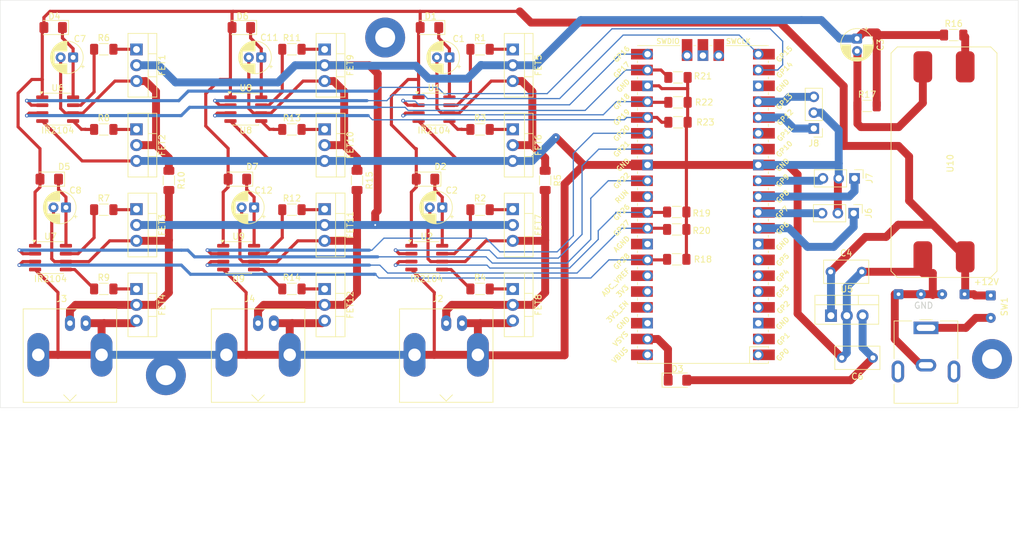
<source format=kicad_pcb>
(kicad_pcb (version 20241229) (generator "pcbnew") (generator_version "9.0")
  (layers (0 "F.Cu" signal) (2 "B.Cu" signal) (13 "F.Paste" user) (15 "B.Paste" user) (5 "F.SilkS" user "F.Silkscreen") (7 "B.SilkS" user "B.Silkscreen") (1 "F.Mask" user) (3 "B.Mask" user) (25 "Edge.Cuts" user))
  (net 0 "")
  (net 1 "Net-(D1-K)")
  (net 2 "Net-(FET11-S)")
  (net 3 "+28V")
  (net 4 "GND")
  (net 5 "Net-(D6-K)")
  (net 6 "Net-(D2-K)")
  (net 7 "+12V")
  (net 8 "+5V")
  (net 9 "Net-(D3-K)")
  (net 10 "Net-(FET11-G)")
  (net 11 "Net-(FET12-G)")
  (net 12 "Net-(FET5-S)")
  (net 13 "Net-(FET7-S)")
  (net 14 "Net-(U1-HO)")
  (net 15 "Net-(U1-LO)")
  (net 16 "Net-(U2-HO)")
  (net 17 "Net-(U2-LO)")
  (net 35 "Net-(FET1-S)")
  (net 36 "Net-(D4-K)")
  (net 37 "Net-(D5-K)")
  (net 38 "Net-(FET3-S)")
  (net 39 "Net-(FET1-G)")
  (net 40 "Net-(U6-HO)")
  (net 41 "Net-(U7-HO)")
  (net 42 "Net-(U6-LO)")
  (net 43 "Net-(U7-LO)")
  (net 44 "Net-(FET2-G)")
  (net 45 "Net-(FET3-G)")
  (net 46 "Net-(FET4-G)")
  (net 47 "Net-(FET5-G)")
  (net 48 "Net-(FET6-G)")
  (net 49 "Net-(FET7-G)")
  (net 50 "Net-(FET8-G)")
  (net 51 "Net-(FET10-D)")
  (net 52 "Net-(D7-K)")
  (net 53 "Net-(FET9-G)")
  (net 54 "Net-(FET10-G)")
  (net 55 "Net-(U8-HO)")
  (net 56 "Net-(U9-HO)")
  (net 57 "Net-(U8-LO)")
  (net 58 "Net-(U9-LO)")
  (net 59 "/DIR_FAST_2")
  (net 60 "/EN_FAST_2")
  (net 61 "/EN_SLOW_2")
  (net 62 "/DIR_SLOW_2")
  (net 67 "/EN_FAST_1")
  (net 68 "/DIR_FAST_1")
  (net 69 "/DIR_SLOW_1")
  (net 70 "/EN_SLOW_1")
  (net 71 "/DIR_FAST_3")
  (net 72 "/EN_FAST_3")
  (net 73 "/EN_SLOW_3")
  (net 74 "/DIR_SLOW_3")
  (net 75 "Net-(R16-Pad2)")
  (net 76 "Net-(J6-Pin_3)")
  (net 77 "Net-(J6-Pin_1)")
  (net 78 "Net-(J7-Pin_3)")
  (net 79 "Net-(J7-Pin_1)")
  (net 80 "Net-(J8-Pin_1)")
  (net 81 "Net-(J8-Pin_3)")
  (net 82 "Net-(SW1-Pin_2)")
  (footprint "Capacitor_THT:C_Rect_L7.0mm_W3.5mm_P5.00mm" (layer "F.Cu") (at 188.5 101.8)
    (property "Reference" "C4")
    (property "Value" "C")
  )
  (footprint "Diode_SMD:D_1206_3216Metric_Pad1.42x1.75mm_HandSolder" (layer "F.Cu") (at 124.11 62.59 180)
    (property "Reference" "D1")
    (property "Value" "D")
  )
  (footprint "Package_SO:SOIC-8_3.9x4.9mm_P1.27mm" (layer "F.Cu") (at 124.835 75.695)
    (property "Reference" "U1")
    (property "Value" "IR2104")
  )
  (footprint "Resistor_SMD:R_1206_3216Metric_Pad1.30x1.75mm_HandSolder" (layer "F.Cu") (at 163.8 92.2)
    (property "Reference" "R19")
    (property "Value" "100k")
  )
  (footprint "Diode_SMD:D_1206_3216Metric_Pad1.42x1.75mm_HandSolder" (layer "F.Cu") (at 93.28 86.930001 180)
    (property "Reference" "D7")
    (property "Value" "D")
  )
  (footprint "Resistor_SMD:R_1206_3216Metric_Pad1.30x1.75mm_HandSolder" (layer "F.Cu") (at 164 70.6)
    (property "Reference" "R21")
    (property "Value" "100k")
  )
  (footprint "Package_TO_SOT_THT:TO-220-3_Vertical" (layer "F.Cu") (at 137.48 104.57 -90)
    (property "Reference" "FET8")
    (property "Value" "Q_NMOS_Depletion_GDS")
  )
  (footprint "Connector_BarrelJack:BarrelJack_CUI_PJ-063AH_Horizontal" (layer "F.Cu") (at 203.8 110.8)
    (property "Reference" "J5" (hide yes))
    (property "Value" "Barrel_Jack_Switch")
  )
  (footprint "Resistor_SMD:R_1206_3216Metric_Pad1.30x1.75mm_HandSolder" (layer "F.Cu") (at 102.029999 66.080001)
    (property "Reference" "R11")
    (property "Value" "22Ω")
  )
  (footprint "Capacitor_THT:CP_Radial_D5.0mm_P2.00mm" (layer "F.Cu") (at 65.76355 91.475256 180)
    (property "Reference" "C8")
    (property "Value" "C_Polarized")
  )
  (footprint "Resistor_SMD:R_1206_3216Metric_Pad1.30x1.75mm_HandSolder" (layer "F.Cu") (at 71.83 66.08)
    (property "Reference" "R6")
    (property "Value" "22Ω")
  )
  (footprint "Package_TO_SOT_THT:TO-220-3_Vertical" (layer "F.Cu") (at 77.08 91.75 -90)
    (property "Reference" "FET3")
    (property "Value" "Q_NMOS_Depletion_GDS")
  )
  (footprint "Capacitor_THT:CP_Radial_D5.0mm_P2.00mm" (layer "F.Cu") (at 127.31 67.39 180)
    (property "Reference" "C1")
    (property "Value" "C_Polarized")
  )
  (footprint "Package_TO_SOT_THT:TO-220-3_Vertical" (layer "F.Cu") (at 137.48 78.93 -90)
    (property "Reference" "FET6")
    (property "Value" "Q_NMOS_Depletion_GDS")
  )
  (footprint "Connector_Wire:SolderWire-0.1sqmm_1x02_P3.6mm_D0.4mm_OD1mm" (layer "F.Cu") (at 199.4 105.4)
    (property "Reference" "J10" (hide yes))
    (property "Value" "Conn_01x02_Pin")
  )
  (footprint "Resistor_SMD:R_1206_3216Metric_Pad1.30x1.75mm_HandSolder" (layer "F.Cu") (at 71.83 104.55233)
    (property "Reference" "R9")
    (property "Value" "22Ω")
  )
  (footprint "Resistor_SMD:R_1206_3216Metric_Pad1.30x1.75mm_HandSolder" (layer "F.Cu") (at 208.25 63.8)
    (property "Reference" "R16")
    (property "Value" "10?")
  )
  (footprint "Capacitor_THT:CP_Radial_D5.0mm_P2.00mm" (layer "F.Cu") (at 192.75 64.375 -90)
    (property "Reference" "C3")
    (property "Value" "1mF")
  )
  (footprint "Connector_Coaxial:BNC_Amphenol_B6252HB-NPP3G-50_Horizontal" (layer "F.Cu") (at 96.6 110.050001 180)
    (property "Reference" "J4")
    (property "Value" "OUT1")
  )
  (footprint "Resistor_SMD:R_1206_3216Metric_Pad1.30x1.75mm_HandSolder" (layer "F.Cu") (at 163.8 95)
    (property "Reference" "R20")
    (property "Value" "100k")
  )
  (footprint "MountingHole:MountingHole_3.2mm_M3_Pad" (layer "F.Cu") (at 81.8 118.4)
    (property "Reference" "H3" (hide yes))
    (property "Value" "MountingHole")
  )
  (footprint "Diode_SMD:D_1206_3216Metric_Pad1.42x1.75mm_HandSolder" (layer "F.Cu") (at 63.71 62.59 180)
    (property "Reference" "D4")
    (property "Value" "D")
  )
  (footprint "Capacitor_THT:CP_Radial_D5.0mm_P2.00mm" (layer "F.Cu") (at 95.96355 91.475257 180)
    (property "Reference" "C12")
    (property "Value" "C_Polarized")
  )
  (footprint "MountingHole:MountingHole_3.2mm_M3_Pad" (layer "F.Cu") (at 117 64.2)
    (property "Reference" "H2" (hide yes))
    (property "Value" "MountingHole")
  )
  (footprint "MountingHole:MountingHole_3.2mm_M3_Pad" (layer "F.Cu") (at 214.4 115.8)
    (property "Reference" "H4" (hide yes))
    (property "Value" "MountingHole")
  )
  (footprint "Resistor_SMD:R_1206_3216Metric_Pad1.30x1.75mm_HandSolder" (layer "F.Cu") (at 163.8 99.8)
    (property "Reference" "R18")
    (property "Value" "100k")
  )
  (footprint "Connector_Wire:SolderWire-0.1sqmm_1x02_P3.6mm_D0.4mm_OD1mm" (layer "F.Cu") (at 210 105.4 180)
    (property "Reference" "J1" (hide yes))
    (property "Value" "PWR_IN")
  )
  (footprint "Capacitor_THT:CP_Radial_D5.0mm_P2.00mm" (layer "F.Cu") (at 97.109999 67.390001 180)
    (property "Reference" "C11")
    (property "Value" "C_Polarized")
  )
  (footprint "Capacitor_THT:CP_Radial_D5.0mm_P2.00mm" (layer "F.Cu") (at 66.91 67.39 180)
    (property "Reference" "C7")
    (property "Value" "C_Polarized")
  )
  (footprint "Package_TO_SOT_THT:TO-220-3_Vertical" (layer "F.Cu") (at 107.28 104.570001 -90)
    (property "Reference" "FET12")
    (property "Value" "Q_NMOS_Depletion_GDS" (hide yes))
  )
  (footprint "Diode_SMD:D_1206_3216Metric_Pad1.42x1.75mm_HandSolder" (layer "F.Cu") (at 93.909999 62.590001 180)
    (property "Reference" "D6")
    (property "Value" "D")
  )
  (footprint "Resistor_SMD:R_1206_3216Metric_Pad1.30x1.75mm_HandSolder" (layer "F.Cu") (at 102.03 104.552331)
    (property "Reference" "R14")
    (property "Value" "22Ω")
  )
  (footprint "Package_TO_SOT_THT:TO-220-3_Vertical" (layer "F.Cu") (at 188.555 108.845)
    (property "Reference" "U5")
    (property "Value" "LM7805_TO220")
  )
  (footprint "Package_TO_SOT_THT:TO-220-3_Vertical" (layer "F.Cu") (at 77.08 66.11 -90)
    (property "Reference" "FET1")
    (property "Value" "Q_NMOS_Depletion_GDS")
  )
  (footprint "MCU_RaspberryPi_and_Boards:RPi_Pico_SMD_TH" (layer "F.Cu") (at 168 91 180)
    (property "Reference" "U4" (hide yes))
    (property "Value" "Pico")
  )
  (footprint "Resistor_SMD:R_1206_3216Metric_Pad1.30x1.75mm_HandSolder" (layer "F.Cu") (at 194.35 75.175)
    (property "Reference" "R17")
    (property "Value" "1M")
  )
  (footprint "Package_SO:SOIC-8_3.9x4.9mm_P1.27mm" (layer "F.Cu") (at 93.48 99.530001)
    (property "Reference" "U9")
    (property "Value" "IR2104")
  )
  (footprint "Diode_SMD:D_1206_3216Metric_Pad1.42x1.75mm_HandSolder" (layer "F.Cu") (at 63.08 86.93 180)
    (property "Reference" "D5")
    (property "Value" "D")
  )
  (footprint "Package_TO_SOT_THT:TO-220-3_Vertical" (layer "F.Cu") (at 107.279999 66.110001 -90)
    (property "Reference" "FET9")
    (property "Value" "Q_NMOS_Depletion_GDS")
  )
  (footprint "Resistor_SMD:R_1206_3216Metric_Pad1.30x1.75mm_HandSolder" (layer "F.Cu") (at 132.23 66.08)
    (property "Reference" "R1")
    (property "Value" "22Ω")
  )
  (footprint "Connector_Wire:SolderWire-0.1sqmm_1x02_P3.6mm_D0.4mm_OD1mm" (layer "F.Cu") (at 214.2 105.6 -90)
    (property "Reference" "SW1")
    (property "Value" "Conn_01x02_Pin")
  )
  (footprint "Package_SO:SOIC-8_3.9x4.9mm_P1.27mm" (layer "F.Cu") (at 123.68 99.53)
    (property "Reference" "U2")
    (property "Value" "IR2104")
  )
  (footprint "Connector_Coaxial:BNC_Amphenol_B6252HB-NPP3G-50_Horizontal" (layer "F.Cu") (at 126.8 110.05 180)
    (property "Reference" "J2")
    (property "Value" "OUT1")
  )
  (footprint "Resistor_SMD:R_1206_3216Metric_Pad1.30x1.75mm_HandSolder" (layer "F.Cu") (at 132.23 104.55233)
    (property "Reference" "R4")
    (property "Value" "22Ω")
  )
  (footprint "Package_SO:SOIC-8_3.9x4.9mm_P1.27mm" (layer "F.Cu") (at 63.28 99.53)
    (property "Reference" "U7")
    (property "Value" "IR2104")
  )
  (footprint "Resistor_SMD:R_1206_3216Metric_Pad1.30x1.75mm_HandSolder" (layer "F.Cu") (at 164 74.6)
    (property "Reference" "R22")
    (property "Value" "100k")
  )
  (footprint "Connector_Coaxial:BNC_Amphenol_B6252HB-NPP3G-50_Horizontal" (layer "F.Cu") (at 66.4 110.05 180)
    (property "Reference" "J3")
    (property "Value" "OUT1")
  )
  (footprint "Resistor_SMD:R_1206_3216Metric_Pad1.30x1.75mm_HandSolder" (layer "F.Cu") (at 82.28 87.13 90)
    (property "Reference" "R10")
    (property "Value" "10kΩ")
  )
  (footprint "Package_TO_SOT_THT:TO-220-3_Vertical" (layer "F.Cu") (at 137.48 66.11 -90)
    (property "Reference" "FET5")
    (property "Value" "Q_NMOS_Depletion_GDS")
  )
  (footprint "Package_TO_SOT_THT:TO-220-3_Vertical" (layer "F.Cu") (at 77.08 78.93 -90)
    (property "Reference" "FET2")
    (property "Value" "Q_NMOS_Depletion_GDS")
  )
  (footprint "Resistor_SMD:R_1206_3216Metric_Pad1.30x1.75mm_HandSolder" (layer "F.Cu") (at 71.83 91.83)
    (property "Reference" "R7")
    (property "Value" "22Ω")
  )
  (footprint "Package_TO_SOT_THT:TO-220-3_Vertical" (layer "F.Cu") (at 137.48 91.75 -90)
    (property "Reference" "FET7")
    (property "Value" "Q_NMOS_Depletion_GDS")
  )
  (footprint "Resistor_SMD:R_1206_3216Metric_Pad1.30x1.75mm_HandSolder" (layer "F.Cu") (at 112.48 87.13 90)
    (property "Reference" "R15")
    (property "Value" "10kΩ")
  )
  (footprint "Capacitor_THT:C_Rect_L7.0mm_W3.5mm_P5.00mm" (layer "F.Cu") (at 195.29 115.61 180)
    (property "Reference" "C6")
    (property "Value" "C")
  )
  (footprint "Package_SO:SOIC-8_3.9x4.9mm_P1.27mm" (layer "F.Cu") (at 94.634999 75.695001)
    (property "Reference" "U8")
    (property "Value" "IR2104")
  )
  (footprint "Resistor_SMD:R_1206_3216Metric_Pad1.30x1.75mm_HandSolder" (layer "F.Cu") (at 132.23 91.83)
    (property "Reference" "R2")
    (property "Value" "22Ω")
  )
  (footprint "Package_TO_SOT_THT:TO-220-3_Vertical" (layer "F.Cu") (at 107.279999 78.930001 -90)
    (property "Reference" "FET10")
    (property "Value" "Q_NMOS_Depletion_GDS")
  )
  (footprint "Resistor_SMD:R_1206_3216Metric_Pad1.30x1.75mm_HandSolder" (layer "F.Cu") (at 132.23 78.949914)
    (property "Reference" "R3")
    (property "Value" "22Ω")
  )
  (footprint "Resistor_SMD:R_1206_3216Metric_Pad1.30x1.75mm_HandSolder" (layer "F.Cu") (at 142.68 87.13 90)
    (property "Reference" "R5")
    (property "Value" "10kΩ")
  )
  (footprint "Diode_SMD:D_1206_3216Metric_Pad1.42x1.75mm_HandSolder" (layer "F.Cu") (at 163.9125 119.2)
    (property "Reference" "D3")
    (property "Value" "D")
  )
  (footprint "Connector_PinHeader_2.54mm:PinHeader_1x03_P2.54mm_Vertical" (layer "F.Cu") (at 192.34 86.8 -90)
    (property "Reference" "J7")
    (property "Value" "Conn_01x03_Pin")
  )
  (footprint "Package_SO:SOIC-8_3.9x4.9mm_P1.27mm" (layer "F.Cu") (at 64.435 75.695)
    (property "Reference" "U6")
    (property "Value" "IR2104")
  )
  (footprint "Resistor_SMD:R_1206_3216Metric_Pad1.30x1.75mm_HandSolder" (layer "F.Cu") (at 102.03 91.83)
    (property "Reference" "R12")
    (property "Value" "22Ω")
  )
  (footprint "Resistor_SMD:R_1206_3216Metric_Pad1.30x1.75mm_HandSolder" (layer "F.Cu") (at 164 77.8)
    (property "Reference" "R23")
    (property "Value" "100k")
  )
  (footprint "Connector_PinHeader_2.54mm:PinHeader_1x03_P2.54mm_Vertical" (layer "F.Cu") (at 192.2 92.4 -90)
    (property "Reference" "J6")
    (property "Value" "Conn_01x03_Pin")
  )
  (footprint "hw-045:hw-045" (layer "F.Cu") (at 207.2 84.4 90)
    (property "Reference" "U10")
    (property "Value" "hw-045")
  )
  (footprint "Package_TO_SOT_THT:TO-220-3_Vertical" (layer "F.Cu") (at 107.28 91.75 -90)
    (property "Reference" "FET11")
    (property "Value" "Q_NMOS_Depletion_GDS" (hide yes))
  )
  (footprint "Connector_PinHeader_2.54mm:PinHeader_1x03_P2.54mm_Vertical" (layer "F.Cu") (at 185.8 78.8 180)
    (property "Reference" "J8")
    (property "Value" "Conn_01x03_Pin")
  )
  (footprint "Capacitor_THT:CP_Radial_D5.0mm_P2.00mm" (layer "F.Cu") (at 126.16355 91.475256 180)
    (property "Reference" "C2")
    (property "Value" "C_Polarized")
  )
  (footprint "Resistor_SMD:R_1206_3216Metric_Pad1.30x1.75mm_HandSolder" (layer "F.Cu") (at 71.83 78.949914)
    (property "Reference" "R8")
    (property "Value" "22Ω")
  )
  (footprint "Diode_SMD:D_1206_3216Metric_Pad1.42x1.75mm_HandSolder" (layer "F.Cu") (at 123.48 86.93 180)
    (property "Reference" "D2")
    (property "Value" "D")
  )
  (footprint "Package_TO_SOT_THT:TO-220-3_Vertical" (layer "F.Cu") (at 77.08 104.57 -90)
    (property "Reference" "FET4")
    (property "Value" "Q_NMOS_Depletion_GDS")
  )
  (footprint "Resistor_SMD:R_1206_3216Metric_Pad1.30x1.75mm_HandSolder" (layer "F.Cu") (at 102.029999 78.949915)
    (property "Reference" "R13")
    (property "Value" "22Ω")
  )
  (gr_rect (start 55.2 58.2) (end 218.6 123.6) (stroke (width 0.05)) (fill no) (layer "Edge.Cuts"))
  (gr_text "+12V" (at 211.4 104 0) (layer "F.SilkS") (effects (font (size 1 1)) (justify left bottom)))
  (gr_text "GND" (at 201.8 107.8 0) (layer "Edge.Cuts") (effects (font (size 1 1)) (justify left bottom)))
  (segment (start 127.31 73.79) (end 127.31 67.39) (width 0.5) (layer "F.Cu") (net 1))
  (segment (start 127.31 65.99) (end 125.5975 64.2775) (width 0.5) (layer "F.Cu") (net 1))
  (segment (start 127.31 67.39) (end 127.31 65.99) (width 0.5) (layer "F.Cu") (net 1))
  (segment (start 125.5975 64.2775) (end 125.5975 62.59) (width 0.5) (layer "F.Cu") (net 1))
  (segment (start 102.98 96.830001) (end 107.28 96.830001) (width 0.5) (layer "F.Cu") (net 2))
  (segment (start 107.28 107.110001) (end 110.5 107.110001) (width 1.27) (layer "F.Cu") (net 2))
  (segment (start 95.955 100.165001) (end 94.115 100.165001) (width 0.5) (layer "F.Cu") (net 2))
  (segment (start 107.28 96.830001) (end 112.38 96.830001) (width 1.27) (layer "F.Cu") (net 2))
  (segment (start 96.6 110.050001) (end 96.6 108.010001) (width 1.27) (layer "F.Cu") (net 2))
  (segment (start 97.5 107.110001) (end 107.28 107.110001) (width 1.27) (layer "F.Cu") (net 2))
  (segment (start 110.5 107.110001) (end 112.48 105.130001) (width 1.27) (layer "F.Cu") (net 2))
  (segment (start 94.115 100.165001) (end 93.68 99.730001) (width 0.5) (layer "F.Cu") (net 2))
  (segment (start 99.645 100.165001) (end 102.98 96.830001) (width 0.5) (layer "F.Cu") (net 2))
  (segment (start 112.48 96.730001) (end 112.48 105.130001) (width 1.27) (layer "F.Cu") (net 2))
  (segment (start 112.38 96.830001) (end 112.48 96.730001) (width 1.27) (layer "F.Cu") (net 2))
  (segment (start 96.6 108.010001) (end 97.5 107.110001) (width 1.27) (layer "F.Cu") (net 2))
  (segment (start 93.68 99.730001) (end 93.68 93.330001) (width 0.5) (layer "F.Cu") (net 2))
  (segment (start 95.955 100.165001) (end 99.645 100.165001) (width 0.5) (layer "F.Cu") (net 2))
  (segment (start 112.48 88.680001) (end 112.48 96.730001) (width 1.27) (layer "F.Cu") (net 2))
  (segment (start 93.96355 93.046451) (end 93.96355 91.475257) (width 0.5) (layer "F.Cu") (net 2))
  (segment (start 93.68 93.330001) (end 93.96355 93.046451) (width 0.5) (layer "F.Cu") (net 2))
  (segment (start 195.9 63.425) (end 195.95 63.375) (width 1.27) (layer "F.Cu") (net 3))
  (segment (start 196.275 63.8) (end 206.7 63.8) (width 1.27) (layer "F.Cu") (net 3))
  (segment (start 115.8 92) (end 115.4 92.4) (width 1.27) (layer "F.Cu") (net 3))
  (segment (start 195.9 63.425) (end 196.275 63.8) (width 1.27) (layer "F.Cu") (net 3))
  (segment (start 195.95 63.375) (end 193.75 63.375) (width 1.27) (layer "F.Cu") (net 3))
  (segment (start 114.450001 68.650001) (end 115.8 70) (width 1.27) (layer "F.Cu") (net 3))
  (segment (start 115.4 92.4) (end 115.4 94.290001) (width 1.27) (layer "F.Cu") (net 3))
  (segment (start 195.9 75.175) (end 195.9 63.425) (width 1.27) (layer "F.Cu") (net 3))
  (segment (start 115.8 70) (end 115.8 92) (width 1.27) (layer "F.Cu") (net 3))
  (segment (start 193.75 63.375) (end 192.75 64.375) (width 1.27) (layer "F.Cu") (net 3))
  (segment (start 107.279999 68.650001) (end 114.450001 68.650001) (width 1.27) (layer "F.Cu") (net 3))
  (via (at 115.4 94.290001) (size 0.6) (drill 0.3) (layers "F.Cu" "B.Cu") (net 3))
  (segment (start 99.8 71.4) (end 102.549999 68.650001) (width 1.27) (layer "B.Cu") (net 3))
  (segment (start 130.2 70.8) (end 132.4 68.6) (width 1.27) (layer "B.Cu") (net 3))
  (segment (start 107.28 94.290001) (end 115.4 94.290001) (width 1.27) (layer "B.Cu") (net 3))
  (segment (start 187 61.4) (end 183.8 61.4) (width 1.27) (layer "B.Cu") (net 3))
  (segment (start 110.850001 68.700002) (end 110.88 68.730001) (width 1.27) (layer "B.Cu") (net 3))
  (segment (start 102.549999 68.650001) (end 107.279999 68.650001) (width 1.27) (layer "B.Cu") (net 3))
  (segment (start 189.95 64.375) (end 192.75 64.375) (width 1.27) (layer "B.Cu") (net 3))
  (segment (start 124 70.8) (end 130.2 70.8) (width 1.27) (layer "B.Cu") (net 3))
  (segment (start 115.4 94.290001) (end 137.48 94.29) (width 1.27) (layer "B.Cu") (net 3))
  (segment (start 189.95 64.375) (end 189.95 64.35) (width 1.27) (layer "B.Cu") (net 3))
  (segment (start 77.08 68.65) (end 80.6 68.65) (width 1.27) (layer "B.Cu") (net 3))
  (segment (start 137.48 68.65) (end 141 68.65) (width 1.27) (layer "B.Cu") (net 3))
  (segment (start 132.4 68.6) (end 132.45 68.65) (width 1.27) (layer "B.Cu") (net 3))
  (segment (start 141 68.65) (end 141.08 68.73) (width 1.27) (layer "B.Cu") (net 3))
  (segment (start 107.28 68.650001) (end 110.8 68.650001) (width 1.27) (layer "B.Cu") (net 3))
  (segment (start 121.930001 68.730001) (end 124 70.8) (width 1.27) (layer "B.Cu") (net 3))
  (segment (start 132.45 68.65) (end 137.48 68.65) (width 1.27) (layer "B.Cu") (net 3))
  (segment (start 77.08 94.29) (end 107.28 94.29) (width 1.27) (layer "B.Cu") (net 3))
  (segment (start 189.95 64.35) (end 187 61.4) (width 1.27) (layer "B.Cu") (net 3))
  (segment (start 141.08 68.73) (end 148.41 61.4) (width 1.27) (layer "B.Cu") (net 3))
  (segment (start 110.88 68.730001) (end 121.930001 68.730001) (width 1.27) (layer "B.Cu") (net 3))
  (segment (start 110.8 68.650001) (end 110.88 68.730001) (width 1.27) (layer "B.Cu") (net 3))
  (segment (start 83.35 71.4) (end 99.8 71.4) (width 1.27) (layer "B.Cu") (net 3))
  (segment (start 148.41 61.4) (end 183.8 61.4) (width 1.27) (layer "B.Cu") (net 3))
  (segment (start 80.6 68.65) (end 83.35 71.4) (width 1.27) (layer "B.Cu") (net 3))
  (segment (start 176.89 84.65) (end 181.65 84.65) (width 1.27) (layer "F.Cu") (net 4))
  (segment (start 159.11 84.65) (end 148.85 84.65) (width 1.27) (layer "F.Cu") (net 4))
  (segment (start 71.48 115.13) (end 71.48 110.45) (width 1.27) (layer "F.Cu") (net 4))
  (segment (start 203.8 116.8) (end 203 116.8) (width 1.27) (layer "F.Cu") (net 4))
  (segment (start 91.52 115.130001) (end 94.68 115.130001) (width 1.27) (layer "F.Cu") (net 4))
  (segment (start 68.37 84.01) (end 77.08 84.01) (width 0.5) (layer "F.Cu") (net 4))
  (segment (start 192.8 66.425) (end 192.75 66.375) (width 1.27) (layer "F.Cu") (net 4))
  (segment (start 205 105.4) (end 206.4 105.4) (width 1.27) (layer "F.Cu") (net 4))
  (segment (start 198.8 112.6) (end 198.8 105.4) (width 1.27) (layer "F.Cu") (net 4))
  (segment (start 128.77 84.01) (end 137.48 84.01) (width 0.5) (layer "F.Cu") (net 4))
  (segment (start 71.88 110.05) (end 76.68 110.05) (width 1.27) (layer "F.Cu") (net 4))
  (segment (start 203.1 101.8) (end 203.3 102) (width 1.27) (layer "F.Cu") (net 4))
  (segment (start 148.85 84.65) (end 144.4 80.2) (width 1.27) (layer "F.Cu") (net 4))
  (segment (start 203.3 74.7) (end 199.425 78.575) (width 1.27) (layer "F.Cu") (net 4))
  (segment (start 165.35 78) (end 165.55 77.8) (width 0.5) (layer "F.Cu") (net 4))
  (segment (start 76.68 110.05) (end 77.08 109.65) (width 1.27) (layer "F.Cu") (net 4))
  (segment (start 165.55 74.6) (end 165.55 77.8) (width 0.5) (layer "F.Cu") (net 4))
  (segment (start 160.95 71.95) (end 161.4 72.4) (width 0.5) (layer "F.Cu") (net 4))
  (segment (start 183.2 108.52) (end 190.29 115.61) (width 1.27) (layer "F.Cu") (net 4))
  (segment (start 204.9 105.5) (end 204.8 105.4) (width 1.27) (layer "F.Cu") (net 4))
  (segment (start 192.8 78.025) (end 192.8 75.175) (width 1.27) (layer "F.Cu") (net 4))
  (segment (start 204.8 105.4) (end 202.4 105.4) (width 1.27) (layer "F.Cu") (net 4))
  (segment (start 71.48 110.45) (end 71.88 110.05) (width 1.27) (layer "F.Cu") (net 4))
  (segment (start 92.16 77.600001) (end 98.57 84.010001) (width 0.5) (layer "F.Cu") (net 4))
  (segment (start 122.36 77.6) (end 128.77 84.01) (width 0.5) (layer "F.Cu") (net 4))
  (segment (start 68.94 110.05) (end 71.88 110.05) (width 1.27) (layer "F.Cu") (net 4))
  (segment (start 94.68 115.130001) (end 101.68 115.130001) (width 1.27) (layer "F.Cu") (net 4))
  (segment (start 131.88 110.45) (end 132.28 110.05) (width 1.27) (layer "F.Cu") (net 4))
  (segment (start 121.72 115.13) (end 124.88 115.13) (width 1.27) (layer "F.Cu") (net 4))
  (segment (start 106.88 110.050001) (end 107.28 109.650001) (width 1.27) (layer "F.Cu") (net 4))
  (segment (start 137.08 110.05) (end 137.48 109.65) (width 1.27) (layer "F.Cu") (net 4))
  (segment (start 61.96 77.6) (end 68.37 84.01) (width 0.5) (layer "F.Cu") (net 4))
  (segment (start 165.35 99.8) (end 165.35 95) (width 0.5) (layer "F.Cu") (net 4))
  (segment (start 131.88 115.13) (end 131.88 110.45) (width 1.27) (layer "F.Cu") (net 4))
  (segment (start 183.2 86.2) (end 183.2 108.52) (width 1.27) (layer "F.Cu") (net 4))
  (segment (start 159.11 84.65) (end 176.89 84.65) (width 1.27) (layer "F.Cu") (net 4))
  (segment (start 121.205 101.435) (end 124.88 105.11) (width 0.5) (layer "F.Cu") (net 4))
  (segment (start 161.4 72.4) (end 165.55 72.4) (width 0.5) (layer "F.Cu") (net 4))
  (segment (start 165.55 72.4) (end 165.55 74.6) (width 0.5) (layer "F.Cu") (net 4))
  (segment (start 159.11 71.95) (end 160.95 71.95) (width 0.5) (layer "F.Cu") (net 4))
  (segment (start 193.5 101.8) (end 203.1 101.8) (width 1.27) (layer "F.Cu") (net 4))
  (segment (start 131.88 115.13) (end 131.95 115.2) (width 1.27) (layer "F.Cu") (net 4))
  (segment (start 64.48 105.11) (end 64.48 115.13) (width 0.5) (layer "F.Cu") (net 4))
  (segment (start 94.68 105.110001) (end 94.68 115.130001) (width 0.5) (layer "F.Cu") (net 4))
  (segment (start 189.66 86.94) (end 189.8 86.8) (width 1.27) (layer "F.Cu") (net 4))
  (segment (start 181.65 84.65) (end 183.2 86.2) (width 1.27) (layer "F.Cu") (net 4))
  (segment (start 129.34 110.05) (end 132.28 110.05) (width 1.27) (layer "F.Cu") (net 4))
  (segment (start 60.805 101.435) (end 64.48 105.11) (width 0.5) (layer "F.Cu") (net 4))
  (segment (start 165.35 95) (end 165.35 92.2) (width 0.5) (layer "F.Cu") (net 4))
  (segment (start 189.66 92.4) (end 189.66 86.94) (width 1.27) (layer "F.Cu") (net 4))
  (segment (start 132.28 110.05) (end 137.08 110.05) (width 1.27) (layer "F.Cu") (net 4))
  (segment (start 145.8 115.2) (end 145.8 87.7) (width 1.27) (layer "F.Cu") (net 4))
  (segment (start 98.57 84.010001) (end 107.28 84.010001) (width 0.5) (layer "F.Cu") (net 4))
  (segment (start 202.4 105.4) (end 198.8 105.4) (width 1.27) (layer "F.Cu") (net 4))
  (segment (start 101.68 115.130001) (end 101.68 110.450001) (width 1.27) (layer "F.Cu") (net 4))
  (segment (start 91.005 101.435001) (end 94.68 105.110001) (width 0.5) (layer "F.Cu") (net 4))
  (segment (start 204.9 102) (end 203.3 102) (width 1.27) (layer "F.Cu") (net 4))
  (segment (start 124.88 115.13) (end 131.88 115.13) (width 1.27) (layer "F.Cu") (net 4))
  (segment (start 145.8 87.7) (end 148.85 84.65) (width 1.27) (layer "F.Cu") (net 4))
  (segment (start 203 116.8) (end 198.8 112.6) (width 1.27) (layer "F.Cu") (net 4))
  (segment (start 192.8 75.175) (end 192.8 66.425) (width 1.27) (layer "F.Cu") (net 4))
  (segment (start 203.3 102) (end 203.3 99.4) (width 1.27) (layer "F.Cu") (net 4))
  (segment (start 102.08 110.050001) (end 106.88 110.050001) (width 1.27) (layer "F.Cu") (net 4))
  (segment (start 165.35 92.2) (end 165.35 78) (width 0.5) (layer "F.Cu") (net 4))
  (segment (start 64.48 115.13) (end 71.48 115.13) (width 1.27) (layer "F.Cu") (net 4))
  (segment (start 204.9 105.5) (end 205 105.4) (width 1.27) (layer "F.Cu") (net 4))
  (segment (start 203.3 68.9) (end 203.3 74.7) (width 1.27) (layer "F.Cu") (net 4))
  (segment (start 199.425 78.575) (end 193.35 78.575) (width 1.27) (layer "F.Cu") (net 4))
  (segment (start 131.95 115.2) (end 145.8 115.2) (width 1.27) (layer "F.Cu") (net 4))
  (segment (start 165.55 70.6) (end 165.55 72.4) (width 0.5) (layer "F.Cu") (net 4))
  (segment (start 124.88 105.11) (end 124.88 115.13) (width 0.5) (layer "F.Cu") (net 4))
  (segment (start 101.68 110.450001) (end 102.08 110.050001) (width 1.27) (layer "F.Cu") (net 4))
  (segment (start 99.14 110.050001) (end 102.08 110.050001) (width 1.27) (layer "F.Cu") (net 4))
  (segment (start 204.9 105.5) (end 204.9 102) (width 1.27) (layer "F.Cu") (net 4))
  (segment (start 193.35 78.575) (end 192.8 78.025) (width 1.27) (layer "F.Cu") (net 4))
  (segment (start 61.32 115.13) (end 64.48 115.13) (width 1.27) (layer "F.Cu") (net 4))
  (via (at 144.4 80.2) (size 0.6) (drill 0.3) (layers "F.Cu" "B.Cu") (net 4))
  (segment (start 189.8 92.26) (end 189.66 92.4) (width 1.27) (layer "B.Cu") (net 4))
  (segment (start 107.279999 84.010001) (end 137.48 84.01) (width 1.27) (layer "B.Cu") (net 4))
  (segment (start 137.48 84.01) (end 140.59 84.01) (width 1.27) (layer "B.Cu") (net 4))
  (segment (start 189.8 79.057919) (end 189.8 84.4) (width 1.27) (layer "B.Cu") (net 4))
  (segment (start 193.5 101.8) (end 191.095 104.205) (width 1.27) (layer "B.Cu") (net 4))
  (segment (start 77.08 84.01) (end 107.279999 84.010001) (width 1.27) (layer "B.Cu") (net 4))
  (segment (start 185.8 76.26) (end 187.002081 76.26) (width 1.27) (layer "B.Cu") (net 4))
  (segment (start 140.59 84.01) (end 144.4 80.2) (width 1.27) (layer "B.Cu") (net 4))
  (segment (start 176.89 84.65) (end 189.55 84.65) (width 1.27) (layer "B.Cu") (net 4))
  (segment (start 101.68 115.130001) (end 121.72 115.13) (width 1.27) (layer "B.Cu") (net 4))
  (segment (start 189.55 84.65) (end 189.8 84.4) (width 1.27) (layer "B.Cu") (net 4))
  (segment (start 191.095 114.805) (end 191.095 108.845) (width 1.27) (layer "B.Cu") (net 4))
  (segment (start 71.48 115.13) (end 91.52 115.130001) (width 1.27) (layer "B.Cu") (net 4))
  (segment (start 189.8 84.4) (end 189.8 86.8) (width 1.27) (layer "B.Cu") (net 4))
  (segment (start 191.095 104.205) (end 191.095 108.845) (width 1.27) (layer "B.Cu") (net 4))
  (segment (start 187.002081 76.26) (end 189.8 79.057919) (width 1.27) (layer "B.Cu") (net 4))
  (segment (start 190.29 115.61) (end 191.095 114.805) (width 1.27) (layer "B.Cu") (net 4))
  (segment (start 97.11 73.790001) (end 97.11 67.390001) (width 0.5) (layer "F.Cu") (net 5))
  (segment (start 97.11 67.390001) (end 97.11 65.990001) (width 0.5) (layer "F.Cu") (net 5))
  (segment (start 95.3975 64.277501) (end 95.3975 62.590001) (width 0.5) (layer "F.Cu") (net 5))
  (segment (start 97.11 65.990001) (end 95.3975 64.277501) (width 0.5) (layer "F.Cu") (net 5))
  (segment (start 124.9675 88.6175) (end 124.9675 86.93) (width 0.5) (layer "F.Cu") (net 6))
  (segment (start 126.16355 89.81355) (end 124.9675 88.6175) (width 0.5) (layer "F.Cu") (net 6))
  (segment (start 126.16355 91.475256) (end 126.16355 89.81355) (width 0.5) (layer "F.Cu") (net 6))
  (segment (start 126.16355 91.475256) (end 126.16355 97.61645) (width 0.5) (layer "F.Cu") (net 6))
  (segment (start 126.16355 97.61645) (end 126.155 97.625) (width 0.5) (layer "F.Cu") (net 6))
  (segment (start 63.2 60) (end 92.6 60) (width 0.5) (layer "F.Cu") (net 7))
  (segment (start 91.7925 86.930001) (end 91.7925 81.9925) (width 0.5) (layer "F.Cu") (net 7))
  (segment (start 199.4 81.6) (end 190.6 81.6) (width 1.27) (layer "F.Cu") (net 7))
  (segment (start 211.5 105.4) (end 210 105.4) (width 1.27) (layer "F.Cu") (net 7))
  (segment (start 92.16 70.930001) (end 92.16 62.852501) (width 0.5) (layer "F.Cu") (net 7))
  (segment (start 199.35 94.25) (end 204.95 94.25) (width 1.27) (layer "F.Cu") (net 7))
  (segment (start 122.6225 60.0225) (end 122.6 60) (width 0.5) (layer "F.Cu") (net 7))
  (segment (start 180.4 61.8) (end 140.4 61.8) (width 1.27) (layer "F.Cu") (net 7))
  (segment (start 61.5925 82.0425) (end 58.08 78.53) (width 0.5) (layer "F.Cu") (net 7))
  (segment (start 121.9925 86.93) (end 121.9925 82.0425) (width 0.5) (layer "F.Cu") (net 7))
  (segment (start 121.9925 88.2175) (end 121.9925 86.93) (width 0.5) (layer "F.Cu") (net 7))
  (segment (start 118.01 73.6) (end 118 73.6) (width 0.5) (layer "F.Cu") (net 7))
  (segment (start 62.2225 62.59) (end 62.2225 60.9775) (width 0.5) (layer "F.Cu") (net 7))
  (segment (start 91.005 97.625001) (end 91.005 89.005001) (width 0.5) (layer "F.Cu") (net 7))
  (segment (start 120.68 70.93) (end 118.01 73.6) (width 0.5) (layer "F.Cu") (net 7))
  (segment (start 190.6 81.6) (end 190.6 72) (width 1.27) (layer "F.Cu") (net 7))
  (segment (start 61.96 70.93) (end 61.96 62.8525) (width 0.5) (layer "F.Cu") (net 7))
  (segment (start 201.1 83.3) (end 199.4 81.6) (width 1.27) (layer "F.Cu") (net 7))
  (segment (start 60.805 89.005) (end 61.5925 88.2175) (width 0.5) (layer "F.Cu") (net 7))
  (segment (start 140.4 61.8) (end 138.6 60) (width 1.27) (layer "F.Cu") (net 7))
  (segment (start 91.7925 88.217501) (end 91.7925 86.930001) (width 0.5) (layer "F.Cu") (net 7))
  (segment (start 122.36 62.8525) (end 122.6225 62.59) (width 0.5) (layer "F.Cu") (net 7))
  (segment (start 88.2 73.210001) (end 90.48 70.930001) (width 0.5) (layer "F.Cu") (net 7))
  (segment (start 58.08 73.13) (end 60.28 70.93) (width 0.5) (layer "F.Cu") (net 7))
  (segment (start 188.5 101.8) (end 194.1 96.2) (width 1.27) (layer "F.Cu") (net 7))
  (segment (start 211.7 105.6) (end 214.2 105.6) (width 1.27) (layer "F.Cu") (net 7))
  (segment (start 118 78.2) (end 118 73.6) (width 0.5) (layer "F.Cu") (net 7))
  (segment (start 197.4 96.2) (end 199.35 94.25) (width 1.27) (layer "F.Cu") (net 7))
  (segment (start 61.5925 88.2175) (end 61.5925 86.93) (width 0.5) (layer "F.Cu") (net 7))
  (segment (start 92.16 73.790001) (end 92.16 70.930001) (width 0.5) (layer "F.Cu") (net 7))
  (segment (start 204.95 94.25) (end 210.1 99.4) (width 1.27) (layer "F.Cu") (net 7))
  (segment (start 210.1 105.2) (end 209.9 105.4) (width 1.27) (layer "F.Cu") (net 7))
  (segment (start 120.68 70.93) (end 122.36 70.93) (width 0.5) (layer "F.Cu") (net 7))
  (segment (start 121.9925 82.0425) (end 121.8425 82.0425) (width 0.5) (layer "F.Cu") (net 7))
  (segment (start 201.1 90.4) (end 201.1 83.3) (width 1.27) (layer "F.Cu") (net 7))
  (segment (start 92.6 60) (end 122.6 60) (width 0.5) (layer "F.Cu") (net 7))
  (segment (start 121.8425 82.0425) (end 118 78.2) (width 0.5) (layer "F.Cu") (net 7))
  (segment (start 61.5925 86.93) (end 61.5925 82.0425) (width 0.5) (layer "F.Cu") (net 7))
  (segment (start 58.08 78.53) (end 58.08 73.13) (width 0.5) (layer "F.Cu") (net 7))
  (segment (start 210.1 99.4) (end 210.1 105.2) (width 1.27) (layer "F.Cu") (net 7))
  (segment (start 121.205 97.625) (end 121.205 89.005) (width 0.5) (layer "F.Cu") (net 7))
  (segment (start 194.1 96.2) (end 197.4 96.2) (width 1.27) (layer "F.Cu") (net 7))
  (segment (start 92.16 62.852501) (end 92.4225 62.590001) (width 0.5) (layer "F.Cu") (net 7))
  (segment (start 60.28 70.93) (end 61.96 70.93) (width 0.5) (layer "F.Cu") (net 7))
  (segment (start 122.6 60) (end 138.6 60) (width 0.5) (layer "F.Cu") (net 7))
  (segment (start 122.36 73.79) (end 122.36 70.93) (width 0.5) (layer "F.Cu") (net 7))
  (segment (start 60.805 97.625) (end 60.805 89.005) (width 0.5) (layer "F.Cu") (net 7))
  (segment (start 91.7925 81.9925) (end 88.2 78.4) (width 0.5) (layer "F.Cu") (net 7))
  (segment (start 91.005 89.005001) (end 91.7925 88.217501) (width 0.5) (layer "F.Cu") (net 7))
  (segment (start 92.422499 62.590001) (end 92.422499 60.177501) (width 0.5) (layer "F.Cu") (net 7))
  (segment (start 211.5 105.4) (end 211.7 105.6) (width 1.27) (layer "F.Cu") (net 7))
  (segment (start 121.205 89.005) (end 121.9925 88.2175) (width 0.5) (layer "F.Cu") (net 7))
  (segment (start 88.2 78.4) (end 88.2 73.210001) (width 0.5) (layer "F.Cu") (net 7))
  (segment (start 122.36 70.93) (end 122.36 62.8525) (width 0.5) (layer "F.Cu") (net 7))
  (segment (start 90.48 70.930001) (end 92.16 70.930001) (width 0.5) (layer "F.Cu") (net 7))
  (segment (start 122.6225 62.59) (end 122.6225 60.0225) (width 0.5) (layer "F.Cu") (net 7))
  (segment (start 61.96 73.79) (end 61.96 70.93) (width 0.5) (layer "F.Cu") (net 7))
  (segment (start 92.422499 60.177501) (end 92.6 60) (width 0.5) (layer "F.Cu") (net 7))
  (segment (start 190.6 72) (end 180.4 61.8) (width 1.27) (layer "F.Cu") (net 7))
  (segment (start 61.96 62.8525) (end 62.2225 62.59) (width 0.5) (layer "F.Cu") (net 7))
  (segment (start 204.95 94.25) (end 201.1 90.4) (width 1.27) (layer "F.Cu") (net 7))
  (segment (start 62.2225 60.9775) (end 63.2 60) (width 0.5) (layer "F.Cu") (net 7))
  (segment (start 188.555 101.855) (end 188.5 101.8) (width 1.27) (layer "B.Cu") (net 7))
  (segment (start 188.555 108.845) (end 188.555 101.855) (width 1.27) (layer "B.Cu") (net 7))
  (segment (start 165.4 119.2) (end 191.7 119.2) (width 1.27) (layer "F.Cu") (net 8))
  (segment (start 191.7 119.2) (end 195.29 115.61) (width 1.27) (layer "F.Cu") (net 8))
  (segment (start 193.635 108.845) (end 193.635 113.955) (width 1.27) (layer "B.Cu") (net 8))
  (segment (start 193.635 113.955) (end 195.29 115.61) (width 1.27) (layer "B.Cu") (net 8))
  (segment (start 160.76 112.59) (end 159.11 112.59) (width 1.27) (layer "F.Cu") (net 9))
  (segment (start 162.395 114.225) (end 160.76 112.59) (width 1.27) (layer "F.Cu") (net 9))
  (segment (start 162.395 119.225) (end 162.395 114.225) (width 1.27) (layer "F.Cu") (net 9))
  (segment (start 107.2 91.830001) (end 107.28 91.750001) (width 0.5) (layer "F.Cu") (net 10))
  (segment (start 103.58 91.830001) (end 107.2 91.830001) (width 0.5) (layer "F.Cu") (net 10))
  (segment (start 107.26233 104.552331) (end 107.28 104.570001) (width 0.5) (layer "F.Cu") (net 11))
  (segment (start 103.58 104.552331) (end 107.26233 104.552331) (width 0.5) (layer "F.Cu") (net 11))
  (segment (start 125.31 67.39) (end 125.31 75.59) (width 0.5) (layer "F.Cu") (net 12))
  (segment (start 134.02 71.19) (end 137.48 71.19) (width 0.5) (layer "F.Cu") (net 12))
  (segment (start 137.48 71.19) (end 138.94 71.19) (width 1.27) (layer "F.Cu") (net 12))
  (segment (start 128.88 76.33) (end 134.02 71.19) (width 0.5) (layer "F.Cu") (net 12))
  (segment (start 127.31 76.33) (end 128.88 76.33) (width 0.5) (layer "F.Cu") (net 12))
  (segment (start 137.48 81.47) (end 140.62 81.47) (width 1.27) (layer "F.Cu") (net 12))
  (segment (start 126.05 76.33) (end 127.31 76.33) (width 0.5) (layer "F.Cu") (net 12))
  (segment (start 142.68 83.53) (end 142.68 85.58) (width 1.27) (layer "F.Cu") (net 12))
  (segment (start 125.31 75.59) (end 126.05 76.33) (width 0.5) (layer "F.Cu") (net 12))
  (segment (start 140.62 81.47) (end 141.08 81.93) (width 1.27) (layer "F.Cu") (net 12))
  (segment (start 141.08 81.93) (end 142.68 83.53) (width 1.27) (layer "F.Cu") (net 12))
  (segment (start 138.94 71.19) (end 140.62 72.87) (width 1.27) (layer "F.Cu") (net 12))
  (segment (start 140.62 81.47) (end 140.62 72.87) (width 1.27) (layer "F.Cu") (net 12))
  (segment (start 133.18 96.83) (end 137.48 96.83) (width 0.5) (layer "F.Cu") (net 13))
  (segment (start 142.68 96.73) (end 142.68 105.13) (width 1.27) (layer "F.Cu") (net 13))
  (segment (start 142.68 88.68) (end 142.68 96.73) (width 1.27) (layer "F.Cu") (net 13))
  (segment (start 142.58 96.83) (end 142.68 96.73) (width 1.27) (layer "F.Cu") (net 13))
  (segment (start 127.7 107.11) (end 137.48 107.11) (width 1.27) (layer "F.Cu") (net 13))
  (segment (start 126.8 108.01) (end 127.7 107.11) (width 1.27) (layer "F.Cu") (net 13))
  (segment (start 124.16355 93.04645) (end 124.16355 91.475256) (width 0.5) (layer "F.Cu") (net 13))
  (segment (start 140.7 107.11) (end 142.68 105.13) (width 1.27) (layer "F.Cu") (net 13))
  (segment (start 123.88 99.73) (end 123.88 93.33) (width 0.5) (layer "F.Cu") (net 13))
  (segment (start 129.845 100.165) (end 133.18 96.83) (width 0.5) (layer "F.Cu") (net 13))
  (segment (start 124.315 100.165) (end 123.88 99.73) (width 0.5) (layer "F.Cu") (net 13))
  (segment (start 123.88 93.33) (end 124.16355 93.04645) (width 0.5) (layer "F.Cu") (net 13))
  (segment (start 137.48 107.11) (end 140.7 107.11) (width 1.27) (layer "F.Cu") (net 13))
  (segment (start 137.48 96.83) (end 142.58 96.83) (width 1.27) (layer "F.Cu") (net 13))
  (segment (start 126.8 110.05) (end 126.8 108.01) (width 1.27) (layer "F.Cu") (net 13))
  (segment (start 126.155 100.165) (end 129.845 100.165) (width 0.5) (layer "F.Cu") (net 13))
  (segment (start 126.155 100.165) (end 124.315 100.165) (width 0.5) (layer "F.Cu") (net 13))
  (segment (start 128.55 75.06) (end 130.68 72.93) (width 0.5) (layer "F.Cu") (net 14))
  (segment (start 130.68 72.93) (end 130.68 66.08) (width 0.5) (layer "F.Cu") (net 14))
  (segment (start 127.31 75.06) (end 128.55 75.06) (width 0.5) (layer "F.Cu") (net 14))
  (segment (start 129.299914 78.949914) (end 130.68 78.949914) (width 0.5) (layer "F.Cu") (net 15))
  (segment (start 127.31 77.6) (end 128.64 78.93) (width 0.5) (layer "F.Cu") (net 15))
  (segment (start 128.64 78.93) (end 129.28 78.93) (width 0.5) (layer "F.Cu") (net 15))
  (segment (start 129.28 78.93) (end 129.299914 78.949914) (width 0.5) (layer "F.Cu") (net 15))
  (segment (start 130.68 96.33) (end 130.68 91.83) (width 0.5) (layer "F.Cu") (net 16))
  (segment (start 126.155 98.895) (end 128.115 98.895) (width 0.5) (layer "F.Cu") (net 16))
  (segment (start 128.115 98.895) (end 130.68 96.33) (width 0.5) (layer "F.Cu") (net 16))
  (segment (start 126.155 101.435) (end 127.56267 101.435) (width 0.5) (layer "F.Cu") (net 17))
  (segment (start 127.56267 101.435) (end 130.68 104.55233) (width 0.5) (layer "F.Cu") (net 17))
  (segment (start 80.22 81.47) (end 80.22 72.87) (width 1.27) (layer "F.Cu") (net 35))
  (segment (start 80.68 81.93) (end 82.28 83.53) (width 1.27) (layer "F.Cu") (net 35))
  (segment (start 80.22 81.47) (end 80.68 81.93) (width 1.27) (layer "F.Cu") (net 35))
  (segment (start 78.54 71.19) (end 80.22 72.87) (width 1.27) (layer "F.Cu") (net 35))
  (segment (start 64.91 67.39) (end 64.91 75.59) (width 0.5) (layer "F.Cu") (net 35))
  (segment (start 68.48 76.33) (end 73.62 71.19) (width 0.5) (layer "F.Cu") (net 35))
  (segment (start 73.62 71.19) (end 77.08 71.19) (width 0.5) (layer "F.Cu") (net 35))
  (segment (start 77.08 71.19) (end 78.54 71.19) (width 1.27) (layer "F.Cu") (net 35))
  (segment (start 77.08 81.47) (end 80.22 81.47) (width 1.27) (layer "F.Cu") (net 35))
  (segment (start 66.91 76.33) (end 68.48 76.33) (width 0.5) (layer "F.Cu") (net 35))
  (segment (start 82.28 83.53) (end 82.28 85.58) (width 1.27) (layer "F.Cu") (net 35))
  (segment (start 64.91 75.59) (end 65.65 76.33) (width 0.5) (layer "F.Cu") (net 35))
  (segment (start 65.65 76.33) (end 66.91 76.33) (width 0.5) (layer "F.Cu") (net 35))
  (segment (start 65.1975 64.2775) (end 65.1975 62.59) (width 0.5) (layer "F.Cu") (net 36))
  (segment (start 66.91 65.99) (end 65.1975 64.2775) (width 0.5) (layer "F.Cu") (net 36))
  (segment (start 66.91 67.39) (end 66.91 65.99) (width 0.5) (layer "F.Cu") (net 36))
  (segment (start 66.91 73.79) (end 66.91 67.39) (width 0.5) (layer "F.Cu") (net 36))
  (segment (start 65.76355 91.475256) (end 65.76355 97.61645) (width 0.5) (layer "F.Cu") (net 37))
  (segment (start 65.76355 91.475256) (end 65.76355 89.81355) (width 0.5) (layer "F.Cu") (net 37))
  (segment (start 64.5675 88.6175) (end 64.5675 86.93) (width 0.5) (layer "F.Cu") (net 37))
  (segment (start 65.76355 97.61645) (end 65.755 97.625) (width 0.5) (layer "F.Cu") (net 37))
  (segment (start 65.76355 89.81355) (end 64.5675 88.6175) (width 0.5) (layer "F.Cu") (net 37))
  (segment (start 66.4 110.05) (end 66.4 108.01) (width 1.27) (layer "F.Cu") (net 38))
  (segment (start 63.915 100.165) (end 63.48 99.73) (width 0.5) (layer "F.Cu") (net 38))
  (segment (start 80.3 107.11) (end 82.28 105.13) (width 1.27) (layer "F.Cu") (net 38))
  (segment (start 82.28 88.68) (end 82.28 96.73) (width 1.27) (layer "F.Cu") (net 38))
  (segment (start 63.48 93.33) (end 63.76355 93.04645) (width 0.5) (layer "F.Cu") (net 38))
  (segment (start 65.755 100.165) (end 63.915 100.165) (width 0.5) (layer "F.Cu") (net 38))
  (segment (start 82.18 96.83) (end 82.28 96.73) (width 1.27) (layer "F.Cu") (net 38))
  (segment (start 66.4 108.01) (end 67.3 107.11) (width 1.27) (layer "F.Cu") (net 38))
  (segment (start 65.755 100.165) (end 69.445 100.165) (width 0.5) (layer "F.Cu") (net 38))
  (segment (start 63.48 99.73) (end 63.48 93.33) (width 0.5) (layer "F.Cu") (net 38))
  (segment (start 69.445 100.165) (end 72.78 96.83) (width 0.5) (layer "F.Cu") (net 38))
  (segment (start 63.76355 93.04645) (end 63.76355 91.475256) (width 0.5) (layer "F.Cu") (net 38))
  (segment (start 67.3 107.11) (end 77.08 107.11) (width 1.27) (layer "F.Cu") (net 38))
  (segment (start 82.28 96.73) (end 82.28 105.13) (width 1.27) (layer "F.Cu") (net 38))
  (segment (start 72.78 96.83) (end 77.08 96.83) (width 0.5) (layer "F.Cu") (net 38))
  (segment (start 77.08 96.83) (end 82.18 96.83) (width 1.27) (layer "F.Cu") (net 38))
  (segment (start 77.08 107.11) (end 80.3 107.11) (width 1.27) (layer "F.Cu") (net 38))
  (segment (start 77.05 66.08) (end 77.08 66.11) (width 0.5) (layer "F.Cu") (net 39))
  (segment (start 73.38 66.08) (end 77.05 66.08) (width 0.5) (layer "F.Cu") (net 39))
  (segment (start 70.28 72.93) (end 70.28 66.08) (width 0.5) (layer "F.Cu") (net 40))
  (segment (start 68.15 75.06) (end 70.28 72.93) (width 0.5) (layer "F.Cu") (net 40))
  (segment (start 66.91 75.06) (end 68.15 75.06) (width 0.5) (layer "F.Cu") (net 40))
  (segment (start 70.28 96.33) (end 70.28 91.83) (width 0.5) (layer "F.Cu") (net 41))
  (segment (start 65.755 98.895) (end 67.715 98.895) (width 0.5) (layer "F.Cu") (net 41))
  (segment (start 67.715 98.895) (end 70.28 96.33) (width 0.5) (layer "F.Cu") (net 41))
  (segment (start 68.88 78.93) (end 68.899914 78.949914) (width 0.5) (layer "F.Cu") (net 42))
  (segment (start 68.24 78.93) (end 68.88 78.93) (width 0.5) (layer "F.Cu") (net 42))
  (segment (start 66.91 77.6) (end 68.24 78.93) (width 0.5) (layer "F.Cu") (net 42))
  (segment (start 68.899914 78.949914) (end 70.28 78.949914) (width 0.5) (layer "F.Cu") (net 42))
  (segment (start 65.755 101.435) (end 67.16267 101.435) (width 0.5) (layer "F.Cu") (net 43))
  (segment (start 67.16267 101.435) (end 70.28 104.55233) (width 0.5) (layer "F.Cu") (net 43))
  (segment (start 73.38 78.949914) (end 77.060086 78.949914) (width 0.5) (layer "F.Cu") (net 44))
  (segment (start 77.060086 78.949914) (end 77.08 78.93) (width 0.5) (layer "F.Cu") (net 44))
  (segment (start 73.38 91.83) (end 77 91.83) (width 0.5) (layer "F.Cu") (net 45))
  (segment (start 77 91.83) (end 77.08 91.75) (width 0.5) (layer "F.Cu") (net 45))
  (segment (start 77.06233 104.55233) (end 77.08 104.57) (width 0.5) (layer "F.Cu") (net 46))
  (segment (start 73.38 104.55233) (end 77.06233 104.55233) (width 0.5) (layer "F.Cu") (net 46))
  (segment (start 133.78 66.08) (end 137.45 66.08) (width 0.5) (layer "F.Cu") (net 47))
  (segment (start 137.45 66.08) (end 137.48 66.11) (width 0.5) (layer "F.Cu") (net 47))
  (segment (start 133.78 78.949914) (end 137.460086 78.949914) (width 0.5) (layer "F.Cu") (net 48))
  (segment (start 137.460086 78.949914) (end 137.48 78.93) (width 0.5) (layer "F.Cu") (net 48))
  (segment (start 137.4 91.83) (end 137.48 91.75) (width 0.5) (layer "F.Cu") (net 49))
  (segment (start 133.78 91.83) (end 137.4 91.83) (width 0.5) (layer "F.Cu") (net 49))
  (segment (start 137.46233 104.55233) (end 137.48 104.57) (width 0.5) (layer "F.Cu") (net 50))
  (segment (start 133.78 104.55233) (end 137.46233 104.55233) (width 0.5) (layer "F.Cu") (net 50))
  (segment (start 112.48 83.530001) (end 112.48 85.580001) (width 1.27) (layer "F.Cu") (net 51))
  (segment (start 95.11 75.590001) (end 95.85 76.330001) (width 0.5) (layer "F.Cu") (net 51))
  (segment (start 103.82 71.190001) (end 107.28 71.190001) (width 0.5) (layer "F.Cu") (net 51))
  (segment (start 110.42 81.470001) (end 110.42 72.870001) (width 1.27) (layer "F.Cu") (net 51))
  (segment (start 97.11 76.330001) (end 98.68 76.330001) (width 0.5) (layer "F.Cu") (net 51))
  (segment (start 95.11 67.390001) (end 95.11 75.590001) (width 0.5) (layer "F.Cu") (net 51))
  (segment (start 107.28 81.470001) (end 110.42 81.470001) (width 1.27) (layer "F.Cu") (net 51))
  (segment (start 108.74 71.190001) (end 110.42 72.870001) (width 1.27) (layer "F.Cu") (net 51))
  (segment (start 107.28 71.190001) (end 108.74 71.190001) (width 1.27) (layer "F.Cu") (net 51))
  (segment (start 98.68 76.330001) (end 103.82 71.190001) (width 0.5) (layer "F.Cu") (net 51))
  (segment (start 95.85 76.330001) (end 97.11 76.330001) (width 0.5) (layer "F.Cu") (net 51))
  (segment (start 110.88 81.930001) (end 112.48 83.530001) (width 1.27) (layer "F.Cu") (net 51))
  (segment (start 110.42 81.470001) (end 110.88 81.930001) (width 1.27) (layer "F.Cu") (net 51))
  (segment (start 95.96355 89.813551) (end 94.7675 88.617501) (width 0.5) (layer "F.Cu") (net 52))
  (segment (start 95.96355 97.616451) (end 95.955 97.625001) (width 0.5) (layer "F.Cu") (net 52))
  (segment (start 94.7675 88.617501) (end 94.7675 86.930001) (width 0.5) (layer "F.Cu") (net 52))
  (segment (start 95.96355 91.475257) (end 95.96355 89.813551) (width 0.5) (layer "F.Cu") (net 52))
  (segment (start 95.96355 91.475257) (end 95.96355 97.616451) (width 0.5) (layer "F.Cu") (net 52))
  (segment (start 103.58 66.080001) (end 107.25 66.080001) (width 0.5) (layer "F.Cu") (net 53))
  (segment (start 107.25 66.080001) (end 107.28 66.110001) (width 0.5) (layer "F.Cu") (net 53))
  (segment (start 103.58 78.949915) (end 107.260086 78.949915) (width 0.5) (layer "F.Cu") (net 54))
  (segment (start 107.260086 78.949915) (end 107.28 78.930001) (width 0.5) (layer "F.Cu") (net 54))
  (segment (start 100.48 72.930001) (end 100.48 66.080001) (width 0.5) (layer "F.Cu") (net 55))
  (segment (start 98.35 75.060001) (end 100.48 72.930001) (width 0.5) (layer "F.Cu") (net 55))
  (segment (start 97.11 75.060001) (end 98.35 75.060001) (width 0.5) (layer "F.Cu") (net 55))
  (segment (start 97.915 98.895001) (end 100.48 96.330001) (width 0.5) (layer "F.Cu") (net 56))
  (segment (start 100.48 96.330001) (end 100.48 91.830001) (width 0.5) (layer "F.Cu") (net 56))
  (segment (start 95.955 98.895001) (end 97.915 98.895001) (width 0.5) (layer "F.Cu") (net 56))
  (segment (start 98.44 78.930001) (end 99.08 78.930001) (width 0.5) (layer "F.Cu") (net 57))
  (segment (start 99.099914 78.949915) (end 100.48 78.949915) (width 0.5) (layer "F.Cu") (net 57))
  (segment (start 97.11 77.600001) (end 98.44 78.930001) (width 0.5) (layer "F.Cu") (net 57))
  (segment (start 99.08 78.930001) (end 99.099914 78.949915) (width 0.5) (layer "F.Cu") (net 57))
  (segment (start 95.955 101.435001) (end 97.36267 101.435001) (width 0.5) (layer "F.Cu") (net 58))
  (segment (start 97.36267 101.435001) (end 100.48 104.552331) (width 0.5) (layer "F.Cu") (net 58))
  (segment (start 121.205 98.895) (end 119.245 98.895) (width 0.5) (layer "F.Cu") (net 59))
  (segment (start 119.245 98.895) (end 118.68 98.33) (width 0.5) (layer "F.Cu") (net 59))
  (via (at 118.68 98.33) (size 0.6) (drill 0.3) (layers "F.Cu" "B.Cu") (net 59))
  (segment (start 148.6 84.8) (end 148.6 95.8) (width 0.2) (layer "B.Cu") (net 59))
  (segment (start 151.29 82.11) (end 148.6 84.8) (width 0.2) (layer "B.Cu") (net 59))
  (segment (start 133.73 98.33) (end 118.68 98.33) (width 0.2) (layer "B.Cu") (net 59))
  (segment (start 135 99.6) (end 133.73 98.33) (width 0.2) (layer "B.Cu") (net 59))
  (segment (start 148.6 95.8) (end 144.8 99.6) (width 0.2) (layer "B.Cu") (net 59))
  (segment (start 144.8 99.6) (end 135 99.6) (width 0.2) (layer "B.Cu") (net 59))
  (segment (start 159.11 82.11) (end 151.29 82.11) (width 0.2) (layer "B.Cu") (net 59))
  (segment (start 159.11 92.27) (end 162.18 92.27) (width 0.5) (layer "F.Cu") (net 60))
  (segment (start 162.18 92.27) (end 162.25 92.2) (width 0.5) (layer "F.Cu") (net 60))
  (segment (start 119.245 100.165) (end 118.68 100.73) (width 0.5) (layer "F.Cu") (net 60))
  (segment (start 121.205 100.165) (end 119.245 100.165) (width 0.5) (layer "F.Cu") (net 60))
  (via (at 118.68 100.73) (size 0.6) (drill 0.3) (layers "F.Cu" "B.Cu") (net 60))
  (segment (start 154 92.27) (end 154 92.4) (width 0.2) (layer "B.Cu") (net 60))
  (segment (start 154 92.27) (end 159.11 92.27) (width 0.2) (layer "B.Cu") (net 60))
  (segment (start 154 92.4) (end 151.2 95.2) (width 0.2) (layer "B.Cu") (net 60))
  (segment (start 118.68 100.73) (end 133.33 100.73) (width 0.2) (layer "B.Cu") (net 60))
  (segment (start 133.8 101.2) (end 146.6 101.2) (width 0.2) (layer "B.Cu") (net 60))
  (segment (start 146.6 101.2) (end 151.2 96.6) (width 0.2) (layer "B.Cu") (net 60))
  (segment (start 133.33 100.73) (end 133.8 101.2) (width 0.2) (layer "B.Cu") (net 60))
  (segment (start 151.2 96.6) (end 151.2 95.2) (width 0.2) (layer "B.Cu") (net 60))
  (segment (start 162.45 74.6) (end 159.22 74.6) (width 0.5) (layer "F.Cu") (net 61))
  (segment (start 122.36 76.33) (end 120.28 76.33) (width 0.5) (layer "F.Cu") (net 61))
  (segment (start 159.22 74.6) (end 159.11 74.49) (width 0.5) (layer "F.Cu") (net 61))
  (segment (start 120.28 76.33) (end 119.88 76.73) (width 0.5) (layer "F.Cu") (net 61))
  (via (at 119.88 76.73) (size 0.6) (drill 0.3) (layers "F.Cu" "B.Cu") (net 61))
  (segment (start 119.88 76.73) (end 120.27 76.73) (width 0.2) (layer "B.Cu") (net 61))
  (segment (start 120.27 76.73) (end 120.4 76.6) (width 0.2) (layer "B.Cu") (net 61))
  (segment (start 152 76.6) (end 154.11 74.49) (width 0.2) (layer "B.Cu") (net 61))
  (segment (start 120.4 76.6) (end 152 76.6) (width 0.2) (layer "B.Cu") (net 61))
  (segment (start 154.11 74.49) (end 159.11 74.49) (width 0.2) (layer "B.Cu") (net 61))
  (segment (start 122.36 75.06) (end 120.61 75.06) (width 0.5) (layer "F.Cu") (net 62))
  (segment (start 120.61 75.06) (end 119.88 74.33) (width 0.5) (layer "F.Cu") (net 62))
  (via (at 119.88 74.33) (size 0.6) (drill 0.3) (layers "F.Cu" "B.Cu") (net 62))
  (segment (start 119.88 74.33) (end 119.95 74.4) (width 0.2) (layer "B.Cu") (net 62))
  (segment (start 121.8 74.4) (end 122.4 75) (width 0.2) (layer "B.Cu") (net 62))
  (segment (start 146.6 75) (end 154.73 66.87) (width 0.2) (layer "B.Cu") (net 62))
  (segment (start 154.73 66.87) (end 159.11 66.87) (width 0.2) (layer "B.Cu") (net 62))
  (segment (start 122.4 75) (end 146.6 75) (width 0.2) (layer "B.Cu") (net 62))
  (segment (start 119.95 74.4) (end 121.8 74.4) (width 0.2) (layer "B.Cu") (net 62))
  (segment (start 162.16 99.89) (end 162.25 99.8) (width 0.5) (layer "F.Cu") (net 67))
  (segment (start 159.11 99.89) (end 162.16 99.89) (width 0.5) (layer "F.Cu") (net 67))
  (segment (start 58.845 100.165) (end 58.28 100.73) (width 0.5) (layer "F.Cu") (net 67))
  (segment (start 60.805 100.165) (end 58.845 100.165) (width 0.5) (layer "F.Cu") (net 67))
  (via (at 58.28 100.73) (size 0.6) (drill 0.3) (layers "F.Cu" "B.Cu") (net 67))
  (segment (start 115.2 102.2) (end 115.4 102.2) (width 0.5) (layer "B.Cu") (net 67))
  (segment (start 58.28 100.73) (end 84.28 100.73) (width 0.5) (layer "B.Cu") (net 67))
  (segment (start 85.75 102.2) (end 115.2 102.2) (width 0.5) (layer "B.Cu") (net 67))
  (segment (start 152.91 99.89) (end 159.11 99.89) (width 0.2) (layer "B.Cu") (net 67))
  (segment (start 115.4 102.2) (end 116 102.8) (width 0.2) (layer "B.Cu") (net 67))
  (segment (start 116 102.8) (end 150 102.8) (width 0.2) (layer "B.Cu") (net 67))
  (segment (start 84.28 100.73) (end 85.75 102.2) (width 0.5) (layer "B.Cu") (net 67))
  (segment (start 150 102.8) (end 152.91 99.89) (width 0.2) (layer "B.Cu") (net 67))
  (segment (start 58.845 98.895) (end 58.28 98.33) (width 0.5) (layer "F.Cu") (net 68))
  (segment (start 60.805 98.895) (end 58.845 98.895) (width 0.5) (layer "F.Cu") (net 68))
  (via (at 58.28 98.33) (size 0.6) (drill 0.3) (layers "F.Cu" "B.Cu") (net 68))
  (segment (start 150 96.6) (end 146.2 100.4) (width 0.2) (layer "B.Cu") (net 68))
  (segment (start 86.2 99.2) (end 86.4 99.4) (width 0.5) (layer "B.Cu") (net 68))
  (segment (start 58.28 98.33) (end 84.28 98.33) (width 0.5) (layer "B.Cu") (net 68))
  (segment (start 159.11 87.19) (end 152.81 87.19) (width 0.2) (layer "B.Cu") (net 68))
  (segment (start 146.2 100.4) (end 134.2 100.4) (width 0.2) (layer "B.Cu") (net 68))
  (segment (start 133.2 99.4) (end 115.8 99.4) (width 0.2) (layer "B.Cu") (net 68))
  (segment (start 152.81 87.19) (end 150 90) (width 0.2) (layer "B.Cu") (net 68))
  (segment (start 84.28 98.33) (end 85.33 98.33) (width 0.5) (layer "B.Cu") (net 68))
  (segment (start 150 90) (end 150 96.6) (width 0.2) (layer "B.Cu") (net 68))
  (segment (start 86.4 99.4) (end 115.8 99.4) (width 0.5) (layer "B.Cu") (net 68))
  (segment (start 134.2 100.4) (end 133.2 99.4) (width 0.2) (layer "B.Cu") (net 68))
  (segment (start 85.33 98.33) (end 86.2 99.2) (width 0.5) (layer "B.Cu") (net 68))
  (segment (start 61.96 75.06) (end 60.21 75.06) (width 0.5) (layer "F.Cu") (net 69))
  (segment (start 60.21 75.06) (end 59.48 74.33) (width 0.5) (layer "F.Cu") (net 69))
  (via (at 59.48 74.33) (size 0.6) (drill 0.3) (layers "F.Cu" "B.Cu") (net 69))
  (segment (start 180.8 64.8) (end 178.8 62.8) (width 0.2) (layer "B.Cu") (net 69))
  (segment (start 116.2 72.2) (end 115.6 72.8) (width 0.2) (layer "B.Cu") (net 69))
  (segment (start 153.4 62.8) (end 143 73.2) (width 0.2) (layer "B.Cu") (net 69))
  (segment (start 126.4 73.2) (end 125.4 72.2) (width 0.2) (layer "B.Cu") (net 69))
  (segment (start 85.4 72.8) (end 115.6 72.8) (width 0.5) (layer "B.Cu") (net 69))
  (segment (start 178.8 62.8) (end 153.4 62.8) (width 0.2) (layer "B.Cu") (net 69))
  (segment (start 85.2 73) (end 85.4 72.8) (width 0.5) (layer "B.Cu") (net 69))
  (segment (start 125.4 72.2) (end 116.2 72.2) (width 0.2) (layer "B.Cu") (net 69))
  (segment (start 176.89 69.41) (end 179.99 69.41) (width 0.2) (layer "B.Cu") (net 69))
  (segment (start 83.88 74.33) (end 59.48 74.33) (width 0.5) (layer "B.Cu") (net 69))
  (segment (start 143 73.2) (end 126.4 73.2) (width 0.2) (layer "B.Cu") (net 69))
  (segment (start 83.88 74.33) (end 83.88 74.32) (width 0.5) (layer "B.Cu") (net 69))
  (segment (start 180.8 68.6) (end 180.8 64.8) (width 0.2) (layer "B.Cu") (net 69))
  (segment (start 179.99 69.41) (end 180.8 68.6) (width 0.2) (layer "B.Cu") (net 69))
  (segment (start 83.88 74.32) (end 85.2 73) (width 0.5) (layer "B.Cu") (net 69))
  (segment (start 161.26 69.41) (end 162.45 70.6) (width 0.5) (layer "F.Cu") (net 70))
  (segment (start 159.11 69.41) (end 161.26 69.41) (width 0.5) (layer "F.Cu") (net 70))
  (segment (start 61.96 76.33) (end 59.88 76.33) (width 0.5) (layer "F.Cu") (net 70))
  (segment (start 59.88 76.33) (end 59.48 76.73) (width 0.5) (layer "F.Cu") (net 70))
  (via (at 59.48 76.73) (size 0.6) (drill 0.3) (layers "F.Cu" "B.Cu") (net 70))
  (segment (start 120.7 75.9) (end 149.1 75.9) (width 0.2) (layer "B.Cu") (net 70))
  (segment (start 155.59 69.41) (end 159.11 69.41) (width 0.2) (layer "B.Cu") (net 70))
  (segment (start 120.2 75.4) (end 120.7 75.9) (width 0.2) (layer "B.Cu") (net 70))
  (segment (start 85.4 75.6) (end 85.6 75.4) (width 0.5) (layer "B.Cu") (net 70))
  (segment (start 115.6 75.4) (end 120.2 75.4) (width 0.2) (layer "B.Cu") (net 70))
  (segment (start 85.6 75.4) (end 115.6 75.4) (width 0.5) (layer "B.Cu") (net 70))
  (segment (start 84.08 76.73) (end 84.27 76.73) (width 0.5) (layer "B.Cu") (net 70))
  (segment (start 149.1 75.9) (end 155.59 69.41) (width 0.2) (layer "B.Cu") (net 70))
  (segment (start 59.48 76.73) (end 84.08 76.73) (width 0.5) (layer "B.Cu") (net 70))
  (segment (start 84.27 76.73) (end 85.4 75.6) (width 0.5) (layer "B.Cu") (net 70))
  (segment (start 91.005 98.895001) (end 89.045 98.895001) (width 0.5) (layer "F.Cu") (net 71))
  (segment (start 89.045 98.895001) (end 88.48 98.330001) (width 0.5) (layer "F.Cu") (net 71))
  (via (at 88.48 98.330001) (size 0.6) (drill 0.3) (layers "F.Cu" "B.Cu") (net 71))
  (segment (start 147.2 96) (end 144.6 98.6) (width 0.2) (layer "B.Cu") (net 71))
  (segment (start 144.6 98.6) (end 135.4 98.6) (width 0.2) (layer "B.Cu") (net 71))
  (segment (start 116.8 96.4) (end 114.869999 98.330001) (width 0.2) (layer "B.Cu") (net 71))
  (segment (start 147.2 82.8) (end 147.2 96) (width 0.2) (layer "B.Cu") (net 71))
  (segment (start 159.11 79.57) (end 150.43 79.57) (width 0.2) (layer "B.Cu") (net 71))
  (segment (start 133.2 96.4) (end 116.8 96.4) (width 0.2) (layer "B.Cu") (net 71))
  (segment (start 150.43 79.57) (end 147.2 82.8) (width 0.2) (layer "B.Cu") (net 71))
  (segment (start 114.869999 98.330001) (end 114.48 98.330001) (width 0.2) (layer "B.Cu") (net 71))
  (segment (start 135.4 98.6) (end 133.2 96.4) (width 0.2) (layer "B.Cu") (net 71))
  (segment (start 88.48 98.330001) (end 114.48 98.330001) (width 0.5) (layer "B.Cu") (net 71))
  (segment (start 162.06 94.81) (end 162.25 95) (width 0.5) (layer "F.Cu") (net 72))
  (segment (start 91.005 100.165001) (end 89.045 100.165001) (width 0.5) (layer "F.Cu") (net 72))
  (segment (start 159.11 94.81) (end 162.06 94.81) (width 0.5) (layer "F.Cu") (net 72))
  (segment (start 89.045 100.165001) (end 88.48 100.730001) (width 0.5) (layer "F.Cu") (net 72))
  (via (at 88.48 100.730001) (size 0.6) (drill 0.3) (layers "F.Cu" "B.Cu") (net 72))
  (segment (start 116.130001 100.730001) (end 114.48 100.730001) (width 0.2) (layer "B.Cu") (net 72))
  (segment (start 88.48 100.730001) (end 114.48 100.730001) (width 0.5) (layer "B.Cu") (net 72))
  (segment (start 147.8 102) (end 117.4 102) (width 0.2) (layer "B.Cu") (net 72))
  (segment (start 159.11 94.81) (end 154.99 94.81) (width 0.2) (layer "B.Cu") (net 72))
  (segment (start 117.4 102) (end 116.130001 100.730001) (width 0.2) (layer "B.Cu") (net 72))
  (segment (start 154.99 94.81) (end 147.8 102) (width 0.2) (layer "B.Cu") (net 72))
  (segment (start 161.4 77.8) (end 162.45 77.8) (width 0.5) (layer "F.Cu") (net 73))
  (segment (start 159.11 77.03) (end 160.63 77.03) (width 0.5) (layer "F.Cu") (net 73))
  (segment (start 90.08 76.330001) (end 89.68 76.730001) (width 0.5) (layer "F.Cu") (net 73))
  (segment (start 160.63 77.03) (end 161.4 77.8) (width 0.5) (layer "F.Cu") (net 73))
  (segment (start 92.16 76.330001) (end 90.08 76.330001) (width 0.5) (layer "F.Cu") (net 73))
  (via (at 89.68 76.730001) (size 0.6) (drill 0.3) (layers "F.Cu" "B.Cu") (net 73))
  (segment (start 114.949999 77.4) (end 155.4 77.4) (width 0.2) (layer "B.Cu") (net 73))
  (segment (start 155.77 77.03) (end 159.11 77.03) (width 0.2) (layer "B.Cu") (net 73))
  (segment (start 89.68 76.730001) (end 114.28 76.730001) (width 0.5) (layer "B.Cu") (net 73))
  (segment (start 155.4 77.4) (end 155.77 77.03) (width 0.2) (layer "B.Cu") (net 73))
  (segment (start 114.28 76.730001) (end 114.949999 77.4) (width 0.2) (layer "B.Cu") (net 73))
  (segment (start 90.41 75.060001) (end 89.68 74.330001) (width 0.5) (layer "F.Cu") (net 74))
  (segment (start 92.16 75.060001) (end 90.41 75.060001) (width 0.5) (layer "F.Cu") (net 74))
  (via (at 89.68 74.330001) (size 0.6) (drill 0.3) (layers "F.Cu" "B.Cu") (net 74))
  (segment (start 155.2 63.8) (end 145 74) (width 0.2) (layer "B.Cu") (net 74))
  (segment (start 123.8 74) (end 123.2 73.4) (width 0.2) (layer "B.Cu") (net 74))
  (segment (start 176.89 66.87) (end 173.82 63.8) (width 0.2) (layer "B.Cu") (net 74))
  (segment (start 173.82 63.8) (end 155.2 63.8) (width 0.2) (layer "B.Cu") (net 74))
  (segment (start 145 74) (end 123.8 74) (width 0.2) (layer "B.Cu") (net 74))
  (segment (start 114.08 74.330001) (end 89.68 74.330001) (width 0.5) (layer "B.Cu") (net 74))
  (segment (start 117.269999 74.330001) (end 114.08 74.330001) (width 0.2) (layer "B.Cu") (net 74))
  (segment (start 118.2 73.4) (end 117.269999 74.330001) (width 0.2) (layer "B.Cu") (net 74))
  (segment (start 123.2 73.4) (end 118.2 73.4) (width 0.2) (layer "B.Cu") (net 74))
  (segment (start 210.1 64.1) (end 209.8 63.8) (width 1.27) (layer "F.Cu") (net 75))
  (segment (start 210.1 68.9) (end 210.1 64.1) (width 1.27) (layer "F.Cu") (net 75))
  (segment (start 187.12 92.4) (end 177.02 92.4) (width 1.27) (layer "B.Cu") (net 76))
  (segment (start 177.02 92.4) (end 176.89 92.27) (width 1.27) (layer "B.Cu") (net 76))
  (segment (start 189 97.8) (end 192.2 94.6) (width 1.27) (layer "B.Cu") (net 77))
  (segment (start 192.2 94.6) (end 192.2 92.4) (width 1.27) (layer "B.Cu") (net 77))
  (segment (start 181.81 94.81) (end 184.8 97.8) (width 1.27) (layer "B.Cu") (net 77))
  (segment (start 184.8 97.8) (end 189 97.8) (width 1.27) (layer "B.Cu") (net 77))
  (segment (start 176.89 94.81) (end 181.81 94.81) (width 1.27) (layer "B.Cu") (net 77))
  (segment (start 176.89 87.19) (end 186.87 87.19) (width 1.27) (layer "B.Cu") (net 78))
  (segment (start 186.87 87.19) (end 187.26 86.8) (width 1.27) (layer "B.Cu") (net 78))
  (segment (start 192.34 88.86) (end 192.34 86.8) (width 1.27) (layer "B.Cu") (net 79))
  (segment (start 191.47 89.73) (end 192.34 88.86) (width 1.27) (layer "B.Cu") (net 79))
  (segment (start 176.89 89.73) (end 191.47 89.73) (width 1.27) (layer "B.Cu") (net 79))
  (segment (start 182.6 78.8) (end 180.83 77.03) (width 1.27) (layer "B.Cu") (net 80))
  (segment (start 185.8 78.8) (end 182.6 78.8) (width 1.27) (layer "B.Cu") (net 80))
  (segment (start 180.83 77.03) (end 176.89 77.03) (width 1.27) (layer "B.Cu") (net 80))
  (segment (start 185.8 73.72) (end 181.88 73.72) (width 1.27) (layer "B.Cu") (net 81))
  (segment (start 181.88 73.72) (end 181.11 74.49) (width 1.27) (layer "B.Cu") (net 81))
  (segment (start 181.11 74.49) (end 176.89 74.49) (width 1.27) (layer "B.Cu") (net 81))
  (segment (start 214.2 109.2) (end 211.8 109.2) (width 1.27) (layer "F.Cu") (net 82))
  (segment (start 211.8 109.2) (end 210.2 110.8) (width 1.27) (layer "F.Cu") (net 82))
  (segment (start 210.2 110.8) (end 203.8 110.8) (width 1.27) (layer "F.Cu") (net 82))
)
</source>
